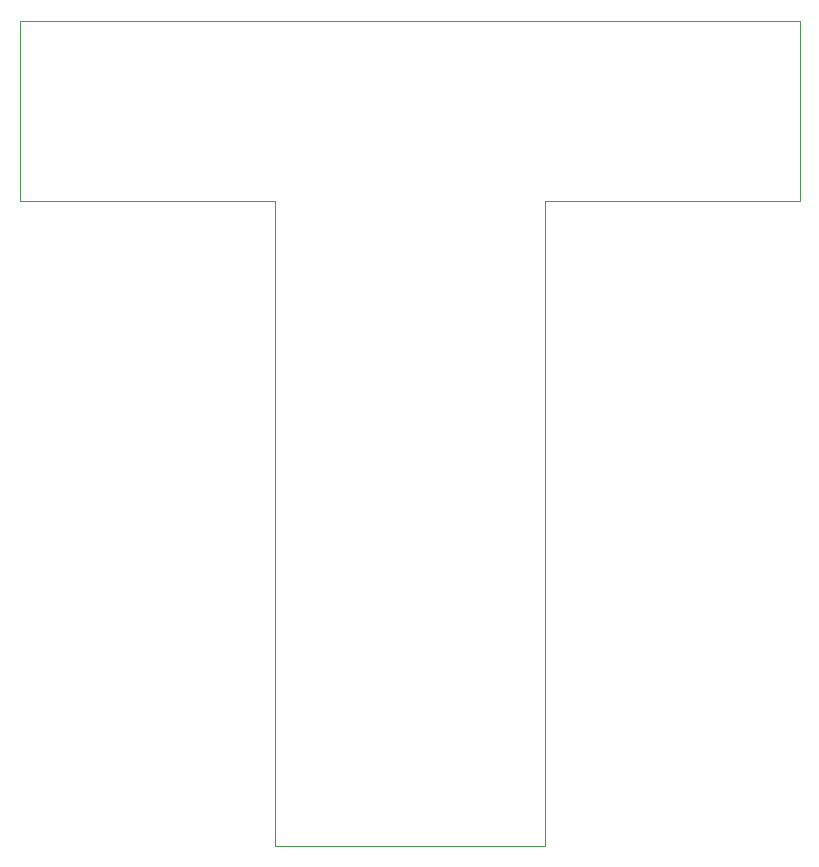
<source format=gm1>
G04 #@! TF.GenerationSoftware,KiCad,Pcbnew,(5.1.5)-3*
G04 #@! TF.CreationDate,2020-05-25T10:48:09-05:00*
G04 #@! TF.ProjectId,breakout_board_2x20,62726561-6b6f-4757-945f-626f6172645f,rev?*
G04 #@! TF.SameCoordinates,Original*
G04 #@! TF.FileFunction,Profile,NP*
%FSLAX46Y46*%
G04 Gerber Fmt 4.6, Leading zero omitted, Abs format (unit mm)*
G04 Created by KiCad (PCBNEW (5.1.5)-3) date 2020-05-25 10:48:09*
%MOMM*%
%LPD*%
G04 APERTURE LIST*
%ADD10C,0.050000*%
G04 APERTURE END LIST*
D10*
X143510000Y-100330000D02*
X143510000Y-96520000D01*
X166370000Y-100330000D02*
X143510000Y-100330000D01*
X166370000Y-96520000D02*
X166370000Y-100330000D01*
X187960000Y-30480000D02*
X121920000Y-30480000D01*
X187960000Y-45720000D02*
X187960000Y-30480000D01*
X166370000Y-45720000D02*
X187960000Y-45720000D01*
X166370000Y-96520000D02*
X166370000Y-45720000D01*
X143510000Y-45720000D02*
X143510000Y-96520000D01*
X121920000Y-45720000D02*
X143510000Y-45720000D01*
X121920000Y-30480000D02*
X121920000Y-45720000D01*
M02*

</source>
